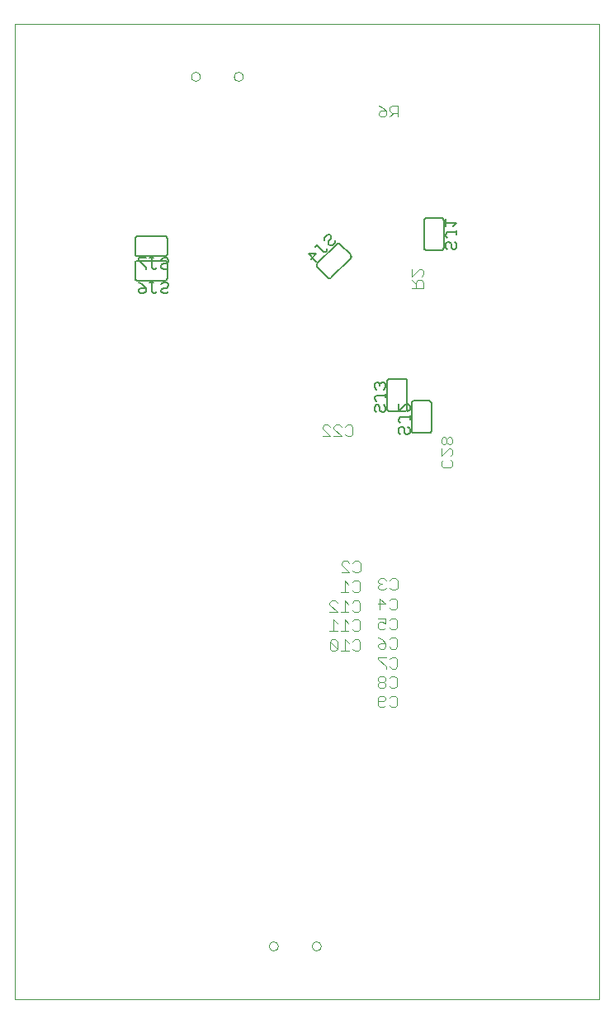
<source format=gbo>
G75*
%MOIN*%
%OFA0B0*%
%FSLAX24Y24*%
%IPPOS*%
%LPD*%
%AMOC8*
5,1,8,0,0,1.08239X$1,22.5*
%
%ADD10C,0.0000*%
%ADD11C,0.0040*%
%ADD12C,0.0060*%
%ADD13C,0.0050*%
D10*
X000692Y001990D02*
X000692Y041360D01*
X024314Y041360D01*
X024314Y001990D01*
X000692Y001990D01*
X010968Y004155D02*
X010970Y004181D01*
X010976Y004207D01*
X010986Y004232D01*
X010999Y004255D01*
X011015Y004275D01*
X011035Y004293D01*
X011057Y004308D01*
X011080Y004320D01*
X011106Y004328D01*
X011132Y004332D01*
X011158Y004332D01*
X011184Y004328D01*
X011210Y004320D01*
X011234Y004308D01*
X011255Y004293D01*
X011275Y004275D01*
X011291Y004255D01*
X011304Y004232D01*
X011314Y004207D01*
X011320Y004181D01*
X011322Y004155D01*
X011320Y004129D01*
X011314Y004103D01*
X011304Y004078D01*
X011291Y004055D01*
X011275Y004035D01*
X011255Y004017D01*
X011233Y004002D01*
X011210Y003990D01*
X011184Y003982D01*
X011158Y003978D01*
X011132Y003978D01*
X011106Y003982D01*
X011080Y003990D01*
X011056Y004002D01*
X011035Y004017D01*
X011015Y004035D01*
X010999Y004055D01*
X010986Y004078D01*
X010976Y004103D01*
X010970Y004129D01*
X010968Y004155D01*
X012700Y004155D02*
X012702Y004181D01*
X012708Y004207D01*
X012718Y004232D01*
X012731Y004255D01*
X012747Y004275D01*
X012767Y004293D01*
X012789Y004308D01*
X012812Y004320D01*
X012838Y004328D01*
X012864Y004332D01*
X012890Y004332D01*
X012916Y004328D01*
X012942Y004320D01*
X012966Y004308D01*
X012987Y004293D01*
X013007Y004275D01*
X013023Y004255D01*
X013036Y004232D01*
X013046Y004207D01*
X013052Y004181D01*
X013054Y004155D01*
X013052Y004129D01*
X013046Y004103D01*
X013036Y004078D01*
X013023Y004055D01*
X013007Y004035D01*
X012987Y004017D01*
X012965Y004002D01*
X012942Y003990D01*
X012916Y003982D01*
X012890Y003978D01*
X012864Y003978D01*
X012838Y003982D01*
X012812Y003990D01*
X012788Y004002D01*
X012767Y004017D01*
X012747Y004035D01*
X012731Y004055D01*
X012718Y004078D01*
X012708Y004103D01*
X012702Y004129D01*
X012700Y004155D01*
X009550Y039254D02*
X009552Y039280D01*
X009558Y039306D01*
X009568Y039331D01*
X009581Y039354D01*
X009597Y039374D01*
X009617Y039392D01*
X009639Y039407D01*
X009662Y039419D01*
X009688Y039427D01*
X009714Y039431D01*
X009740Y039431D01*
X009766Y039427D01*
X009792Y039419D01*
X009816Y039407D01*
X009837Y039392D01*
X009857Y039374D01*
X009873Y039354D01*
X009886Y039331D01*
X009896Y039306D01*
X009902Y039280D01*
X009904Y039254D01*
X009902Y039228D01*
X009896Y039202D01*
X009886Y039177D01*
X009873Y039154D01*
X009857Y039134D01*
X009837Y039116D01*
X009815Y039101D01*
X009792Y039089D01*
X009766Y039081D01*
X009740Y039077D01*
X009714Y039077D01*
X009688Y039081D01*
X009662Y039089D01*
X009638Y039101D01*
X009617Y039116D01*
X009597Y039134D01*
X009581Y039154D01*
X009568Y039177D01*
X009558Y039202D01*
X009552Y039228D01*
X009550Y039254D01*
X007818Y039254D02*
X007820Y039280D01*
X007826Y039306D01*
X007836Y039331D01*
X007849Y039354D01*
X007865Y039374D01*
X007885Y039392D01*
X007907Y039407D01*
X007930Y039419D01*
X007956Y039427D01*
X007982Y039431D01*
X008008Y039431D01*
X008034Y039427D01*
X008060Y039419D01*
X008084Y039407D01*
X008105Y039392D01*
X008125Y039374D01*
X008141Y039354D01*
X008154Y039331D01*
X008164Y039306D01*
X008170Y039280D01*
X008172Y039254D01*
X008170Y039228D01*
X008164Y039202D01*
X008154Y039177D01*
X008141Y039154D01*
X008125Y039134D01*
X008105Y039116D01*
X008083Y039101D01*
X008060Y039089D01*
X008034Y039081D01*
X008008Y039077D01*
X007982Y039077D01*
X007956Y039081D01*
X007930Y039089D01*
X007906Y039101D01*
X007885Y039116D01*
X007865Y039134D01*
X007849Y039154D01*
X007836Y039177D01*
X007826Y039202D01*
X007820Y039228D01*
X007818Y039254D01*
D11*
X015388Y038086D02*
X015541Y038009D01*
X015694Y037856D01*
X015464Y037856D01*
X015388Y037779D01*
X015388Y037702D01*
X015464Y037626D01*
X015618Y037626D01*
X015694Y037702D01*
X015694Y037856D01*
X015848Y037856D02*
X015925Y037779D01*
X016155Y037779D01*
X016155Y037626D02*
X016155Y038086D01*
X015925Y038086D01*
X015848Y038009D01*
X015848Y037856D01*
X016001Y037779D02*
X015848Y037626D01*
X016741Y031487D02*
X016741Y031180D01*
X017048Y031487D01*
X017125Y031487D01*
X017201Y031410D01*
X017201Y031257D01*
X017125Y031180D01*
X017125Y031027D02*
X016971Y031027D01*
X016894Y030950D01*
X016894Y030720D01*
X016741Y030720D02*
X017201Y030720D01*
X017201Y030950D01*
X017125Y031027D01*
X016894Y030873D02*
X016741Y031027D01*
X014272Y025191D02*
X014118Y025191D01*
X014041Y025114D01*
X013888Y025114D02*
X013811Y025191D01*
X013658Y025191D01*
X013581Y025114D01*
X013581Y025037D01*
X013888Y024730D01*
X013581Y024730D01*
X013428Y024730D02*
X013121Y025037D01*
X013121Y025114D01*
X013197Y025191D01*
X013351Y025191D01*
X013428Y025114D01*
X013428Y024730D02*
X013121Y024730D01*
X014041Y024807D02*
X014118Y024730D01*
X014272Y024730D01*
X014348Y024807D01*
X014348Y025114D01*
X014272Y025191D01*
X014119Y019695D02*
X014196Y019618D01*
X014119Y019695D02*
X013966Y019695D01*
X013889Y019618D01*
X013889Y019541D01*
X014196Y019234D01*
X013889Y019234D01*
X014030Y018899D02*
X014030Y018439D01*
X013877Y018439D02*
X014184Y018439D01*
X014337Y018516D02*
X014414Y018439D01*
X014568Y018439D01*
X014644Y018516D01*
X014644Y018823D01*
X014568Y018899D01*
X014414Y018899D01*
X014337Y018823D01*
X014184Y018746D02*
X014030Y018899D01*
X014426Y019234D02*
X014349Y019311D01*
X014426Y019234D02*
X014579Y019234D01*
X014656Y019311D01*
X014656Y019618D01*
X014579Y019695D01*
X014426Y019695D01*
X014349Y019618D01*
X015384Y018913D02*
X015384Y018836D01*
X015461Y018760D01*
X015384Y018683D01*
X015384Y018606D01*
X015461Y018529D01*
X015615Y018529D01*
X015691Y018606D01*
X015845Y018606D02*
X015922Y018529D01*
X016075Y018529D01*
X016152Y018606D01*
X016152Y018913D01*
X016075Y018990D01*
X015922Y018990D01*
X015845Y018913D01*
X015691Y018913D02*
X015615Y018990D01*
X015461Y018990D01*
X015384Y018913D01*
X015461Y018760D02*
X015538Y018760D01*
X015441Y018187D02*
X015672Y017956D01*
X015365Y017956D01*
X015441Y017726D02*
X015441Y018187D01*
X015825Y018110D02*
X015902Y018187D01*
X016055Y018187D01*
X016132Y018110D01*
X016132Y017803D01*
X016055Y017726D01*
X015902Y017726D01*
X015825Y017803D01*
X015910Y017387D02*
X016063Y017387D01*
X016140Y017311D01*
X016140Y017004D01*
X016063Y016927D01*
X015910Y016927D01*
X015833Y017004D01*
X015680Y017004D02*
X015603Y016927D01*
X015449Y016927D01*
X015373Y017004D01*
X015373Y017157D01*
X015449Y017234D01*
X015526Y017234D01*
X015680Y017157D01*
X015680Y017387D01*
X015373Y017387D01*
X015833Y017311D02*
X015910Y017387D01*
X015914Y016608D02*
X016067Y016608D01*
X016144Y016531D01*
X016144Y016224D01*
X016067Y016148D01*
X015914Y016148D01*
X015837Y016224D01*
X015683Y016224D02*
X015607Y016148D01*
X015453Y016148D01*
X015377Y016224D01*
X015377Y016301D01*
X015453Y016378D01*
X015683Y016378D01*
X015683Y016224D01*
X015683Y016378D02*
X015530Y016531D01*
X015377Y016608D01*
X015837Y016531D02*
X015914Y016608D01*
X015918Y015809D02*
X015841Y015732D01*
X015918Y015809D02*
X016071Y015809D01*
X016148Y015732D01*
X016148Y015425D01*
X016071Y015348D01*
X015918Y015348D01*
X015841Y015425D01*
X015687Y015425D02*
X015687Y015348D01*
X015687Y015425D02*
X015380Y015732D01*
X015380Y015809D01*
X015687Y015809D01*
X015591Y015037D02*
X015437Y015037D01*
X015361Y014960D01*
X015361Y014884D01*
X015437Y014807D01*
X015591Y014807D01*
X015668Y014884D01*
X015668Y014960D01*
X015591Y015037D01*
X015591Y014807D02*
X015668Y014730D01*
X015668Y014653D01*
X015591Y014577D01*
X015437Y014577D01*
X015361Y014653D01*
X015361Y014730D01*
X015437Y014807D01*
X015821Y014960D02*
X015898Y015037D01*
X016051Y015037D01*
X016128Y014960D01*
X016128Y014653D01*
X016051Y014577D01*
X015898Y014577D01*
X015821Y014653D01*
X015902Y014254D02*
X016055Y014254D01*
X016132Y014177D01*
X016132Y013870D01*
X016055Y013793D01*
X015902Y013793D01*
X015825Y013870D01*
X015672Y013870D02*
X015595Y013793D01*
X015441Y013793D01*
X015365Y013870D01*
X015365Y014177D01*
X015441Y014254D01*
X015595Y014254D01*
X015672Y014177D01*
X015672Y014100D01*
X015595Y014023D01*
X015365Y014023D01*
X015825Y014177D02*
X015902Y014254D01*
X014572Y016069D02*
X014418Y016069D01*
X014341Y016146D01*
X014188Y016069D02*
X013881Y016069D01*
X014034Y016069D02*
X014034Y016529D01*
X014188Y016376D01*
X014341Y016452D02*
X014418Y016529D01*
X014572Y016529D01*
X014648Y016452D01*
X014648Y016146D01*
X014572Y016069D01*
X014568Y016876D02*
X014414Y016876D01*
X014337Y016953D01*
X014184Y016876D02*
X013877Y016876D01*
X014030Y016876D02*
X014030Y017336D01*
X014184Y017183D01*
X014337Y017260D02*
X014414Y017336D01*
X014568Y017336D01*
X014644Y017260D01*
X014644Y016953D01*
X014568Y016876D01*
X014564Y017636D02*
X014410Y017636D01*
X014333Y017712D01*
X014180Y017636D02*
X013873Y017636D01*
X013720Y017636D02*
X013413Y017943D01*
X013413Y018019D01*
X013489Y018096D01*
X013643Y018096D01*
X013720Y018019D01*
X014027Y018096D02*
X014027Y017636D01*
X013720Y017636D02*
X013413Y017636D01*
X013570Y017336D02*
X013570Y016876D01*
X013417Y016876D02*
X013724Y016876D01*
X013724Y017183D02*
X013570Y017336D01*
X013497Y016529D02*
X013421Y016452D01*
X013727Y016146D01*
X013651Y016069D01*
X013497Y016069D01*
X013421Y016146D01*
X013421Y016452D01*
X013497Y016529D02*
X013651Y016529D01*
X013727Y016452D01*
X013727Y016146D01*
X014564Y017636D02*
X014640Y017712D01*
X014640Y018019D01*
X014564Y018096D01*
X014410Y018096D01*
X014333Y018019D01*
X014180Y017943D02*
X014027Y018096D01*
X017997Y023471D02*
X017921Y023548D01*
X017921Y023701D01*
X017997Y023778D01*
X017921Y023931D02*
X018227Y024238D01*
X018304Y024238D01*
X018381Y024162D01*
X018381Y024008D01*
X018304Y023931D01*
X018304Y023778D02*
X018381Y023701D01*
X018381Y023548D01*
X018304Y023471D01*
X017997Y023471D01*
X017921Y023931D02*
X017921Y024238D01*
X017997Y024392D02*
X018074Y024392D01*
X018151Y024469D01*
X018151Y024622D01*
X018074Y024699D01*
X017997Y024699D01*
X017921Y024622D01*
X017921Y024469D01*
X017997Y024392D01*
X018151Y024469D02*
X018227Y024392D01*
X018304Y024392D01*
X018381Y024469D01*
X018381Y024622D01*
X018304Y024699D01*
X018227Y024699D01*
X018151Y024622D01*
D12*
X017529Y024963D02*
X017529Y026063D01*
X017527Y026080D01*
X017523Y026097D01*
X017516Y026113D01*
X017506Y026127D01*
X017493Y026140D01*
X017479Y026150D01*
X017463Y026157D01*
X017446Y026161D01*
X017429Y026163D01*
X016829Y026163D01*
X016812Y026161D01*
X016795Y026157D01*
X016779Y026150D01*
X016765Y026140D01*
X016752Y026127D01*
X016742Y026113D01*
X016735Y026097D01*
X016731Y026080D01*
X016729Y026063D01*
X016729Y024963D01*
X016731Y024946D01*
X016735Y024929D01*
X016742Y024913D01*
X016752Y024899D01*
X016765Y024886D01*
X016779Y024876D01*
X016795Y024869D01*
X016812Y024865D01*
X016829Y024863D01*
X017429Y024863D01*
X017446Y024865D01*
X017463Y024869D01*
X017479Y024876D01*
X017493Y024886D01*
X017506Y024899D01*
X017516Y024913D01*
X017523Y024929D01*
X017527Y024946D01*
X017529Y024963D01*
X016545Y025849D02*
X016545Y026949D01*
X016543Y026966D01*
X016539Y026983D01*
X016532Y026999D01*
X016522Y027013D01*
X016509Y027026D01*
X016495Y027036D01*
X016479Y027043D01*
X016462Y027047D01*
X016445Y027049D01*
X015845Y027049D01*
X015828Y027047D01*
X015811Y027043D01*
X015795Y027036D01*
X015781Y027026D01*
X015768Y027013D01*
X015758Y026999D01*
X015751Y026983D01*
X015747Y026966D01*
X015745Y026949D01*
X015745Y025849D01*
X015747Y025832D01*
X015751Y025815D01*
X015758Y025799D01*
X015768Y025785D01*
X015781Y025772D01*
X015795Y025762D01*
X015811Y025755D01*
X015828Y025751D01*
X015845Y025749D01*
X016445Y025749D01*
X016462Y025751D01*
X016479Y025755D01*
X016495Y025762D01*
X016509Y025772D01*
X016522Y025785D01*
X016532Y025799D01*
X016539Y025815D01*
X016543Y025832D01*
X016545Y025849D01*
X013479Y031141D02*
X014257Y031919D01*
X014258Y031918D02*
X014269Y031932D01*
X014278Y031947D01*
X014284Y031963D01*
X014287Y031980D01*
X014287Y031998D01*
X014284Y032015D01*
X014278Y032031D01*
X014269Y032046D01*
X014258Y032060D01*
X014257Y032060D02*
X013833Y032484D01*
X013833Y032485D02*
X013819Y032496D01*
X013804Y032505D01*
X013788Y032511D01*
X013771Y032514D01*
X013753Y032514D01*
X013736Y032511D01*
X013720Y032505D01*
X013705Y032496D01*
X013691Y032485D01*
X013692Y032484D02*
X012914Y031707D01*
X012903Y031693D01*
X012894Y031678D01*
X012888Y031662D01*
X012885Y031645D01*
X012885Y031627D01*
X012888Y031610D01*
X012894Y031594D01*
X012903Y031579D01*
X012914Y031565D01*
X013338Y031141D01*
X013352Y031130D01*
X013367Y031121D01*
X013383Y031115D01*
X013400Y031112D01*
X013418Y031112D01*
X013435Y031115D01*
X013451Y031121D01*
X013466Y031130D01*
X013480Y031141D01*
X017221Y032345D02*
X017221Y033445D01*
X017223Y033462D01*
X017227Y033479D01*
X017234Y033495D01*
X017244Y033509D01*
X017257Y033522D01*
X017271Y033532D01*
X017287Y033539D01*
X017304Y033543D01*
X017321Y033545D01*
X017921Y033545D01*
X017938Y033543D01*
X017955Y033539D01*
X017971Y033532D01*
X017985Y033522D01*
X017998Y033509D01*
X018008Y033495D01*
X018015Y033479D01*
X018019Y033462D01*
X018021Y033445D01*
X018021Y032345D01*
X018019Y032328D01*
X018015Y032311D01*
X018008Y032295D01*
X017998Y032281D01*
X017985Y032268D01*
X017971Y032258D01*
X017955Y032251D01*
X017938Y032247D01*
X017921Y032245D01*
X017321Y032245D01*
X017304Y032247D01*
X017287Y032251D01*
X017271Y032258D01*
X017257Y032268D01*
X017244Y032281D01*
X017234Y032295D01*
X017227Y032311D01*
X017223Y032328D01*
X017221Y032345D01*
X006854Y032103D02*
X006854Y032703D01*
X006852Y032720D01*
X006848Y032737D01*
X006841Y032753D01*
X006831Y032767D01*
X006818Y032780D01*
X006804Y032790D01*
X006788Y032797D01*
X006771Y032801D01*
X006754Y032803D01*
X005654Y032803D01*
X005637Y032801D01*
X005620Y032797D01*
X005604Y032790D01*
X005590Y032780D01*
X005577Y032767D01*
X005567Y032753D01*
X005560Y032737D01*
X005556Y032720D01*
X005554Y032703D01*
X005554Y032103D01*
X005556Y032086D01*
X005560Y032069D01*
X005567Y032053D01*
X005577Y032039D01*
X005590Y032026D01*
X005604Y032016D01*
X005620Y032009D01*
X005637Y032005D01*
X005654Y032003D01*
X006754Y032003D01*
X006771Y032005D01*
X006788Y032009D01*
X006804Y032016D01*
X006818Y032026D01*
X006831Y032039D01*
X006841Y032053D01*
X006848Y032069D01*
X006852Y032086D01*
X006854Y032103D01*
X006754Y031819D02*
X005654Y031819D01*
X005637Y031817D01*
X005620Y031813D01*
X005604Y031806D01*
X005590Y031796D01*
X005577Y031783D01*
X005567Y031769D01*
X005560Y031753D01*
X005556Y031736D01*
X005554Y031719D01*
X005554Y031119D01*
X005556Y031102D01*
X005560Y031085D01*
X005567Y031069D01*
X005577Y031055D01*
X005590Y031042D01*
X005604Y031032D01*
X005620Y031025D01*
X005637Y031021D01*
X005654Y031019D01*
X006754Y031019D01*
X006771Y031021D01*
X006788Y031025D01*
X006804Y031032D01*
X006818Y031042D01*
X006831Y031055D01*
X006841Y031069D01*
X006848Y031085D01*
X006852Y031102D01*
X006854Y031119D01*
X006854Y031719D01*
X006852Y031736D01*
X006848Y031753D01*
X006841Y031769D01*
X006831Y031783D01*
X006818Y031796D01*
X006804Y031806D01*
X006788Y031813D01*
X006771Y031817D01*
X006754Y031819D01*
D13*
X006685Y031929D02*
X006835Y031929D01*
X006910Y031853D01*
X006910Y031778D01*
X006835Y031703D01*
X006685Y031703D01*
X006610Y031628D01*
X006610Y031553D01*
X006685Y031478D01*
X006835Y031478D01*
X006910Y031553D01*
X006610Y031853D02*
X006685Y031929D01*
X006449Y031553D02*
X006374Y031478D01*
X006299Y031478D01*
X006224Y031553D01*
X006224Y031929D01*
X006299Y031929D02*
X006149Y031929D01*
X005989Y031929D02*
X005689Y031929D01*
X005689Y031853D01*
X005989Y031553D01*
X005989Y031478D01*
X006149Y030944D02*
X006299Y030944D01*
X006224Y030944D02*
X006224Y030569D01*
X006299Y030494D01*
X006374Y030494D01*
X006449Y030569D01*
X006610Y030569D02*
X006685Y030494D01*
X006835Y030494D01*
X006910Y030569D01*
X006835Y030719D02*
X006910Y030794D01*
X006910Y030869D01*
X006835Y030944D01*
X006685Y030944D01*
X006610Y030869D01*
X006685Y030719D02*
X006610Y030644D01*
X006610Y030569D01*
X006685Y030719D02*
X006835Y030719D01*
X005989Y030719D02*
X005764Y030719D01*
X005689Y030644D01*
X005689Y030569D01*
X005764Y030494D01*
X005914Y030494D01*
X005989Y030569D01*
X005989Y030719D01*
X005839Y030869D01*
X005689Y030944D01*
X012563Y032099D02*
X012881Y032099D01*
X012669Y031886D01*
X012881Y031780D02*
X012563Y032099D01*
X012835Y032371D02*
X012941Y032477D01*
X012888Y032424D02*
X013154Y032159D01*
X013260Y032159D01*
X013313Y032212D01*
X013313Y032318D01*
X013426Y032431D02*
X013532Y032431D01*
X013639Y032537D01*
X013639Y032643D01*
X013479Y032697D02*
X013373Y032590D01*
X013373Y032484D01*
X013426Y032431D01*
X013479Y032697D02*
X013479Y032803D01*
X013426Y032856D01*
X013320Y032856D01*
X013214Y032750D01*
X013214Y032643D01*
X015295Y026914D02*
X015220Y026839D01*
X015220Y026689D01*
X015295Y026614D01*
X015445Y026764D02*
X015445Y026839D01*
X015370Y026914D01*
X015295Y026914D01*
X015445Y026839D02*
X015520Y026914D01*
X015595Y026914D01*
X015670Y026839D01*
X015670Y026689D01*
X015595Y026614D01*
X015670Y026454D02*
X015670Y026304D01*
X015670Y026379D02*
X015295Y026379D01*
X015220Y026304D01*
X015220Y026228D01*
X015295Y026153D01*
X015295Y025993D02*
X015220Y025918D01*
X015220Y025768D01*
X015295Y025693D01*
X015445Y025768D02*
X015445Y025918D01*
X015370Y025993D01*
X015295Y025993D01*
X015445Y025768D02*
X015520Y025693D01*
X015595Y025693D01*
X015670Y025768D01*
X015670Y025918D01*
X015595Y025993D01*
X016204Y026028D02*
X016204Y025728D01*
X016504Y026028D01*
X016579Y026028D01*
X016654Y025953D01*
X016654Y025803D01*
X016579Y025728D01*
X016654Y025568D02*
X016654Y025418D01*
X016654Y025493D02*
X016279Y025493D01*
X016204Y025418D01*
X016204Y025343D01*
X016279Y025268D01*
X016279Y025107D02*
X016204Y025032D01*
X016204Y024882D01*
X016279Y024807D01*
X016429Y024882D02*
X016429Y025032D01*
X016354Y025107D01*
X016279Y025107D01*
X016429Y024882D02*
X016504Y024807D01*
X016579Y024807D01*
X016654Y024882D01*
X016654Y025032D01*
X016579Y025107D01*
X018171Y032270D02*
X018096Y032345D01*
X018096Y032495D01*
X018171Y032571D01*
X018246Y032571D01*
X018321Y032495D01*
X018321Y032345D01*
X018396Y032270D01*
X018471Y032270D01*
X018546Y032345D01*
X018546Y032495D01*
X018471Y032571D01*
X018546Y032881D02*
X018546Y033031D01*
X018546Y032956D02*
X018171Y032956D01*
X018096Y032881D01*
X018096Y032806D01*
X018171Y032731D01*
X018096Y033191D02*
X018096Y033491D01*
X018096Y033341D02*
X018546Y033341D01*
X018396Y033191D01*
M02*

</source>
